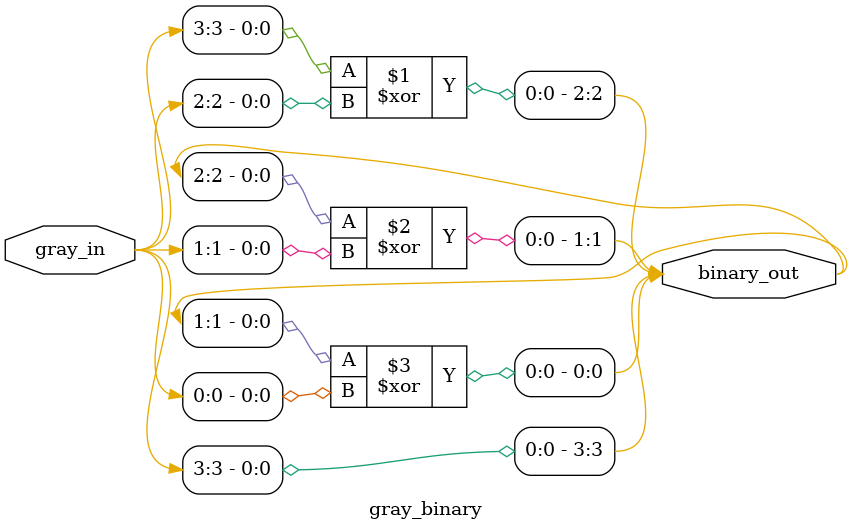
<source format=v>
module gray_binary(gray_in,binary_out);

        input [3:0] gray_in;
        output [3:0] binary_out;
        
        buf B1(binary_out[3],gray_in[3]);
        xor X1(binary_out[2],binary_out[3],gray_in[2]);
        xor X2(binary_out[1],binary_out[2],gray_in[1]);
        xor X3(binary_out[0],binary_out[1],gray_in[0]);
        
endmodule

</source>
